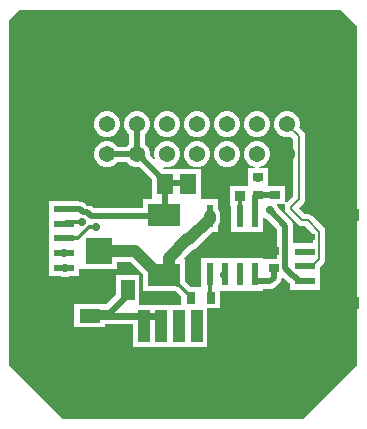
<source format=gtl>
G04*
G04 #@! TF.GenerationSoftware,Altium Limited,Altium Designer,21.6.1 (37)*
G04*
G04 Layer_Physical_Order=1*
G04 Layer_Color=255*
%FSLAX44Y44*%
%MOMM*%
G71*
G04*
G04 #@! TF.SameCoordinates,389F95CB-BFB7-4352-95D8-32FE421A7396*
G04*
G04*
G04 #@! TF.FilePolarity,Positive*
G04*
G01*
G75*
%ADD10C,0.2000*%
%ADD14R,2.7000X1.0000*%
%ADD15R,1.7000X0.6000*%
%ADD16R,1.8000X3.8000*%
%ADD17R,1.0000X2.7000*%
%ADD18R,2.7940X1.9050*%
%ADD19R,1.7000X0.6000*%
%ADD20R,2.7000X1.0000*%
%ADD21R,0.6000X1.9700*%
%ADD22R,3.0000X2.1300*%
%ADD23R,0.8000X1.0000*%
%ADD24R,1.1500X1.8200*%
%ADD25R,1.8200X1.1500*%
%ADD26R,1.3800X1.8200*%
%ADD27R,0.9300X0.8900*%
%ADD28R,2.3000X2.2000*%
%ADD29R,0.9000X0.7000*%
%ADD50C,0.6000*%
%ADD51C,0.3000*%
%ADD52C,0.5000*%
%ADD53C,1.0000*%
%ADD54C,1.3700*%
%ADD55R,1.3700X1.3700*%
%ADD56C,0.4000*%
%ADD57C,4.0000*%
%ADD58C,0.7000*%
G36*
X439451Y406944D02*
X439451Y120056D01*
X393945Y74549D01*
X190056Y74549D01*
X144549Y120056D01*
X144549Y411945D01*
X153056Y420451D01*
X425944D01*
X439451Y406944D01*
D02*
G37*
%LPC*%
G36*
X356228Y334750D02*
X353372D01*
X350612Y334011D01*
X348138Y332582D01*
X346118Y330562D01*
X344689Y328088D01*
X343950Y325328D01*
Y322472D01*
X344689Y319712D01*
X346118Y317238D01*
X348138Y315218D01*
X350612Y313789D01*
X353372Y313050D01*
X356228D01*
X358988Y313789D01*
X361462Y315218D01*
X363482Y317238D01*
X364911Y319712D01*
X365650Y322472D01*
Y325328D01*
X364911Y328088D01*
X363482Y330562D01*
X361462Y332582D01*
X358988Y334011D01*
X356228Y334750D01*
D02*
G37*
G36*
X330828D02*
X327972D01*
X325212Y334011D01*
X322738Y332582D01*
X320718Y330562D01*
X319289Y328088D01*
X318550Y325328D01*
Y322472D01*
X319289Y319712D01*
X320718Y317238D01*
X322738Y315218D01*
X325212Y313789D01*
X327972Y313050D01*
X330828D01*
X333588Y313789D01*
X336062Y315218D01*
X338082Y317238D01*
X339511Y319712D01*
X340250Y322472D01*
Y325328D01*
X339511Y328088D01*
X338082Y330562D01*
X336062Y332582D01*
X333588Y334011D01*
X330828Y334750D01*
D02*
G37*
G36*
X305428D02*
X302572D01*
X299812Y334011D01*
X297338Y332582D01*
X295318Y330562D01*
X293889Y328088D01*
X293150Y325328D01*
Y322472D01*
X293889Y319712D01*
X295318Y317238D01*
X297338Y315218D01*
X299812Y313789D01*
X302572Y313050D01*
X305428D01*
X308188Y313789D01*
X310662Y315218D01*
X312682Y317238D01*
X314111Y319712D01*
X314850Y322472D01*
Y325328D01*
X314111Y328088D01*
X312682Y330562D01*
X310662Y332582D01*
X308188Y334011D01*
X305428Y334750D01*
D02*
G37*
G36*
X280028D02*
X277172D01*
X274412Y334011D01*
X271938Y332582D01*
X269918Y330562D01*
X268489Y328088D01*
X267750Y325328D01*
Y322472D01*
X268489Y319712D01*
X269918Y317238D01*
X271938Y315218D01*
X274412Y313789D01*
X277172Y313050D01*
X280028D01*
X282788Y313789D01*
X285262Y315218D01*
X287282Y317238D01*
X288711Y319712D01*
X289450Y322472D01*
Y325328D01*
X288711Y328088D01*
X287282Y330562D01*
X285262Y332582D01*
X282788Y334011D01*
X280028Y334750D01*
D02*
G37*
G36*
X229228D02*
X226372D01*
X223612Y334011D01*
X221138Y332582D01*
X219118Y330562D01*
X217689Y328088D01*
X216950Y325328D01*
Y322472D01*
X217689Y319712D01*
X219118Y317238D01*
X221138Y315218D01*
X223612Y313789D01*
X226372Y313050D01*
X229228D01*
X231988Y313789D01*
X234462Y315218D01*
X236482Y317238D01*
X237911Y319712D01*
X238650Y322472D01*
Y325328D01*
X237911Y328088D01*
X236482Y330562D01*
X234462Y332582D01*
X231988Y334011D01*
X229228Y334750D01*
D02*
G37*
G36*
X330828Y309350D02*
X327972D01*
X325212Y308611D01*
X322738Y307182D01*
X320718Y305162D01*
X319289Y302688D01*
X318550Y299928D01*
Y297072D01*
X319289Y294312D01*
X320718Y291838D01*
X322738Y289818D01*
X325212Y288389D01*
X327972Y287650D01*
X330828D01*
X333588Y288389D01*
X336062Y289818D01*
X338082Y291838D01*
X339511Y294312D01*
X340250Y297072D01*
Y299928D01*
X339511Y302688D01*
X338082Y305162D01*
X336062Y307182D01*
X333588Y308611D01*
X330828Y309350D01*
D02*
G37*
G36*
X305428D02*
X302572D01*
X299812Y308611D01*
X297338Y307182D01*
X295318Y305162D01*
X293889Y302688D01*
X293150Y299928D01*
Y297072D01*
X293889Y294312D01*
X295318Y291838D01*
X297338Y289818D01*
X299812Y288389D01*
X302572Y287650D01*
X305428D01*
X308188Y288389D01*
X310662Y289818D01*
X312682Y291838D01*
X314111Y294312D01*
X314850Y297072D01*
Y299928D01*
X314111Y302688D01*
X312682Y305162D01*
X310662Y307182D01*
X308188Y308611D01*
X305428Y309350D01*
D02*
G37*
G36*
X381628Y334750D02*
X378772D01*
X376012Y334011D01*
X373538Y332582D01*
X371518Y330562D01*
X370089Y328088D01*
X369350Y325328D01*
Y322472D01*
X370089Y319712D01*
X371518Y317238D01*
X373538Y315218D01*
X376012Y313789D01*
X378772Y313050D01*
X381628D01*
X383373Y313517D01*
X385452Y311438D01*
Y263091D01*
X380020Y257659D01*
X379501Y257731D01*
X378750Y258106D01*
Y271750D01*
X364000D01*
Y286500D01*
X356844D01*
X356677Y287770D01*
X358988Y288389D01*
X361462Y289818D01*
X363482Y291838D01*
X364911Y294312D01*
X365650Y297072D01*
Y299928D01*
X364911Y302688D01*
X363482Y305162D01*
X361462Y307182D01*
X358988Y308611D01*
X356228Y309350D01*
X353372D01*
X350612Y308611D01*
X348138Y307182D01*
X346118Y305162D01*
X344689Y302688D01*
X343950Y299928D01*
Y297072D01*
X344689Y294312D01*
X346118Y291838D01*
X348138Y289818D01*
X350612Y288389D01*
X352923Y287770D01*
X352756Y286500D01*
X347000D01*
Y271750D01*
X331600D01*
Y254850D01*
X333100D01*
Y232650D01*
X359800D01*
Y244498D01*
X361070Y244897D01*
X362605Y244011D01*
X363441Y243787D01*
X371944Y235284D01*
Y209500D01*
X360500D01*
X359800Y210480D01*
Y210850D01*
X307700D01*
Y186772D01*
X306750Y186000D01*
X298681D01*
X293970Y190711D01*
Y209625D01*
X293618D01*
X293132Y210798D01*
X300025Y217691D01*
X301931Y218481D01*
X303811Y219924D01*
X316538Y232650D01*
X321700D01*
Y237989D01*
X322562Y239111D01*
X323469Y241301D01*
X323778Y243650D01*
Y246500D01*
X323469Y248850D01*
X322562Y251039D01*
X321700Y252162D01*
Y260350D01*
X308408Y260350D01*
X307700Y260350D01*
X306960Y261313D01*
X306960Y261420D01*
Y286350D01*
X275717D01*
X275373Y286817D01*
X276132Y287929D01*
X277172Y287650D01*
X280028D01*
X282788Y288389D01*
X285262Y289818D01*
X287282Y291838D01*
X288711Y294312D01*
X289450Y297072D01*
Y299928D01*
X288711Y302688D01*
X287282Y305162D01*
X285262Y307182D01*
X282788Y308611D01*
X280028Y309350D01*
X277172D01*
X274412Y308611D01*
X271938Y307182D01*
X269918Y305162D01*
X268489Y302688D01*
X267750Y299928D01*
Y297072D01*
X268249Y295208D01*
X267111Y294551D01*
X264050Y297612D01*
Y299928D01*
X263311Y302688D01*
X261882Y305162D01*
X259862Y307182D01*
X259756Y307243D01*
Y315157D01*
X259862Y315218D01*
X261882Y317238D01*
X263311Y319712D01*
X264050Y322472D01*
Y325328D01*
X263311Y328088D01*
X261882Y330562D01*
X259862Y332582D01*
X257388Y334011D01*
X254628Y334750D01*
X251772D01*
X249012Y334011D01*
X246538Y332582D01*
X244518Y330562D01*
X243089Y328088D01*
X242350Y325328D01*
Y322472D01*
X243089Y319712D01*
X244518Y317238D01*
X246538Y315218D01*
X246644Y315157D01*
Y307243D01*
X246538Y307182D01*
X244518Y305162D01*
X244457Y305056D01*
X236543D01*
X236482Y305162D01*
X234462Y307182D01*
X231988Y308611D01*
X229228Y309350D01*
X226372D01*
X223612Y308611D01*
X221138Y307182D01*
X219118Y305162D01*
X217689Y302688D01*
X216950Y299928D01*
Y297072D01*
X217689Y294312D01*
X219118Y291838D01*
X221138Y289818D01*
X223612Y288389D01*
X226372Y287650D01*
X229228D01*
X231988Y288389D01*
X234462Y289818D01*
X236482Y291838D01*
X236543Y291944D01*
X244457D01*
X244518Y291838D01*
X246538Y289818D01*
X249012Y288389D01*
X251772Y287650D01*
X254628D01*
X255291Y287827D01*
X266040Y277078D01*
Y260425D01*
X258030D01*
Y252591D01*
X216701D01*
X215157Y254135D01*
X213799Y255177D01*
X212218Y255832D01*
X210521Y256056D01*
X209895D01*
X209564Y256386D01*
X208207Y257428D01*
X206625Y258083D01*
X204929Y258306D01*
X203750D01*
Y259250D01*
X178750D01*
Y245250D01*
Y232750D01*
Y220250D01*
Y207750D01*
Y195250D01*
X188691D01*
X189105Y195011D01*
X191013Y194500D01*
X192987D01*
X194895Y195011D01*
X195309Y195250D01*
X203750D01*
Y207750D01*
Y220579D01*
X203980Y220688D01*
X205250Y219883D01*
Y201500D01*
X236250D01*
Y207422D01*
X247395D01*
X258030Y196787D01*
Y182575D01*
X286245D01*
X290750Y178070D01*
Y170500D01*
X255100D01*
Y196350D01*
X235600D01*
Y180135D01*
X226876Y171411D01*
X216850D01*
X216391Y171350D01*
X200150D01*
Y151850D01*
X226350D01*
Y154540D01*
X249750D01*
Y135500D01*
X312750D01*
Y168000D01*
X323750D01*
Y183150D01*
X359800D01*
Y184444D01*
X366071D01*
X367768Y184667D01*
X369349Y185322D01*
X370707Y186364D01*
X373636Y189293D01*
X374678Y190651D01*
X375333Y192232D01*
X375556Y193929D01*
Y194093D01*
X376826Y194331D01*
X380758Y190400D01*
X382115Y189358D01*
X382551Y189177D01*
X383000Y188728D01*
Y184000D01*
X408000D01*
Y196500D01*
Y203290D01*
X411105Y206395D01*
X412210Y208049D01*
X412598Y210000D01*
Y232950D01*
X412210Y234900D01*
X411105Y236554D01*
X401443Y246216D01*
X399790Y247321D01*
X397839Y247709D01*
X395273D01*
X389881Y253101D01*
X394155Y257374D01*
X395260Y259028D01*
X395648Y260979D01*
Y313550D01*
X395260Y315501D01*
X394155Y317155D01*
X390583Y320727D01*
X391050Y322472D01*
Y325328D01*
X390311Y328088D01*
X388882Y330562D01*
X386862Y332582D01*
X384388Y334011D01*
X381628Y334750D01*
D02*
G37*
%LPD*%
G36*
X378099Y256516D02*
X378711Y255480D01*
X378402Y253929D01*
Y252272D01*
X378790Y250322D01*
X379895Y248668D01*
X389557Y239006D01*
X391211Y237901D01*
X393161Y237513D01*
X395727D01*
X402402Y230838D01*
Y223000D01*
X385056D01*
Y238000D01*
X384833Y239697D01*
X384178Y241278D01*
X383136Y242636D01*
X372713Y253059D01*
X372489Y253895D01*
X371574Y255480D01*
X371849Y256445D01*
X371976Y256750D01*
X377844D01*
X378099Y256516D01*
D02*
G37*
D10*
X395500Y203500D02*
X401000D01*
X397839Y242611D02*
X407500Y232950D01*
X383500Y252272D02*
Y253929D01*
X393161Y242611D02*
X397839D01*
X407500Y210000D02*
Y232950D01*
X401000Y203500D02*
X407500Y210000D01*
X383500Y252272D02*
X393161Y242611D01*
X383500Y253929D02*
X390550Y260979D01*
X381250Y322750D02*
X381350D01*
X390550Y313550D01*
Y260979D02*
Y313550D01*
D14*
X427500Y172500D02*
D03*
Y247000D02*
D03*
D15*
X395500Y203500D02*
D03*
Y191000D02*
D03*
Y216000D02*
D03*
Y228500D02*
D03*
D16*
X356250Y106000D02*
D03*
X236250D02*
D03*
D17*
X333750Y153000D02*
D03*
X318750D02*
D03*
X303750D02*
D03*
X288750D02*
D03*
X273750D02*
D03*
X258750D02*
D03*
D18*
X276000Y246900D02*
D03*
Y196100D02*
D03*
D19*
X191250Y252250D02*
D03*
Y239750D02*
D03*
Y227250D02*
D03*
Y214750D02*
D03*
Y202250D02*
D03*
Y189750D02*
D03*
D20*
X159250Y171250D02*
D03*
Y270750D02*
D03*
D21*
X314700Y197000D02*
D03*
X327400D02*
D03*
X340100D02*
D03*
X352800D02*
D03*
Y246500D02*
D03*
X340100D02*
D03*
X327400D02*
D03*
X314700D02*
D03*
D22*
X333750Y221750D02*
D03*
D23*
X298750Y177000D02*
D03*
X315750D02*
D03*
D24*
X245350Y183250D02*
D03*
X215650D02*
D03*
D25*
X213250Y161600D02*
D03*
Y131900D02*
D03*
D26*
X323440Y273250D02*
D03*
X296060D02*
D03*
X249560D02*
D03*
X276940D02*
D03*
D27*
X340250Y278700D02*
D03*
Y263300D02*
D03*
D28*
X220750Y265500D02*
D03*
Y216500D02*
D03*
D29*
X355500Y264000D02*
D03*
Y279000D02*
D03*
X369000Y217000D02*
D03*
Y202000D02*
D03*
X370250Y279250D02*
D03*
Y264250D02*
D03*
D50*
X395250Y228250D02*
X395500Y228500D01*
X394000Y228250D02*
X395250D01*
X245350Y183250D02*
X245750D01*
X245350Y183250D02*
X245350Y183250D01*
X213250Y161600D02*
X271750D01*
X271750Y161600D01*
Y156250D02*
Y161600D01*
X216850Y164350D02*
X229800D01*
X214500Y162000D02*
X216850Y164350D01*
X245350Y179900D02*
Y183250D01*
X229800Y164350D02*
X245350Y179900D01*
X368000Y217000D02*
X369000D01*
X362000Y223000D02*
X368000Y217000D01*
X345750Y223000D02*
X362000D01*
X227500Y272250D02*
X248250D01*
X220750Y265500D02*
X227500Y272250D01*
D51*
X203371Y241371D02*
X205856D01*
X206167Y241060D01*
X203250Y241250D02*
X203371Y241371D01*
X192750Y241250D02*
X203250D01*
X191250Y239750D02*
X192750Y241250D01*
X212843Y236750D02*
X218000D01*
X203493Y227250D02*
X205250Y229007D01*
Y229157D01*
X191250Y227250D02*
X203493D01*
X205250Y229157D02*
X212843Y236750D01*
X191000Y214500D02*
X191250Y214750D01*
X191000Y214500D02*
Y214500D01*
X191250Y202250D02*
X191750D01*
X192000Y202000D01*
X288675Y188075D02*
X298750Y178000D01*
X286925Y188075D02*
X288675D01*
X298750Y177000D02*
Y178000D01*
X280000Y195000D02*
X286925Y188075D01*
X315225Y177525D02*
Y194775D01*
X314500Y195500D02*
X315225Y194775D01*
Y177525D02*
X315750Y177000D01*
X340100Y249900D02*
X340500Y249500D01*
X340100Y263151D02*
X340250Y263300D01*
X340100Y249900D02*
Y263151D01*
D52*
X204929Y251750D02*
X207179Y249500D01*
X213985Y246035D02*
X266714D01*
X210521Y249500D02*
X213985Y246035D01*
X207179Y249500D02*
X210521D01*
X296060Y273250D02*
X296750D01*
X297250Y273750D01*
X365500Y251000D02*
X378500Y238000D01*
Y201929D02*
Y238000D01*
Y201929D02*
X385393Y195035D01*
X385965D01*
X390000Y191000D01*
X395500D01*
X366071D02*
X369000Y193929D01*
X355000Y191000D02*
X366071D01*
X369000Y193929D02*
Y202000D01*
X369000Y202000D01*
X355500Y264000D02*
X367250D01*
X368250Y263000D01*
X353300Y247000D02*
Y262800D01*
X352800Y246500D02*
X353300Y247000D01*
Y262800D02*
X354250Y263750D01*
X355000D01*
X253200Y298500D02*
X253890D01*
X277250Y275140D01*
Y273500D02*
Y275140D01*
X253000Y298750D02*
X253200Y298950D01*
X227800Y298500D02*
X253200D01*
Y298950D02*
Y323900D01*
X295060Y274250D02*
X296060Y273250D01*
X279250Y274250D02*
X295060D01*
X276000Y251500D02*
X276940Y252440D01*
Y273250D01*
X191250Y252250D02*
X191750Y251750D01*
X204929D01*
X266714Y246035D02*
X269500Y243250D01*
D53*
X275250Y197000D02*
X276906D01*
X251155Y216500D02*
X268905Y198750D01*
X273500D01*
X220750Y216500D02*
X251155D01*
X314700Y243650D02*
Y246500D01*
X280531Y211035D02*
X295838Y226343D01*
X297393D01*
X280531Y200625D02*
Y211035D01*
X276906Y197000D02*
X280531Y200625D01*
X297393Y226343D02*
X314700Y243650D01*
D54*
X202400Y298500D02*
D03*
X227800D02*
D03*
Y323900D02*
D03*
X253200Y298500D02*
D03*
Y323900D02*
D03*
X278600Y298500D02*
D03*
Y323900D02*
D03*
X304000Y298500D02*
D03*
Y323900D02*
D03*
X329400Y298500D02*
D03*
Y323900D02*
D03*
X354800Y298500D02*
D03*
Y323900D02*
D03*
X380200Y298500D02*
D03*
Y323900D02*
D03*
D55*
X202400D02*
D03*
D56*
X333750Y229250D02*
D03*
Y214250D02*
D03*
X318750D02*
D03*
Y229250D02*
D03*
X348750D02*
D03*
Y214250D02*
D03*
D57*
X418000Y397000D02*
D03*
X410000Y127000D02*
D03*
X176000Y125000D02*
D03*
X168000Y396000D02*
D03*
D58*
X431000Y396000D02*
D03*
Y346000D02*
D03*
Y296000D02*
D03*
Y246000D02*
D03*
Y196000D02*
D03*
Y146000D02*
D03*
X406000Y396000D02*
D03*
X418500Y371000D02*
D03*
X406000Y346000D02*
D03*
X418500Y321000D02*
D03*
X406000Y296000D02*
D03*
X418500Y271000D02*
D03*
Y221000D02*
D03*
Y171000D02*
D03*
X406000Y146000D02*
D03*
X418500Y121000D02*
D03*
X406000Y96000D02*
D03*
X381000Y396000D02*
D03*
X393500Y371000D02*
D03*
X381000Y346000D02*
D03*
Y296000D02*
D03*
X393500Y171000D02*
D03*
X381000Y146000D02*
D03*
X393500Y121000D02*
D03*
X381000Y96000D02*
D03*
X356000Y396000D02*
D03*
X368500Y371000D02*
D03*
X356000Y346000D02*
D03*
X368500Y171000D02*
D03*
X356000Y146000D02*
D03*
X368500Y121000D02*
D03*
X356000Y96000D02*
D03*
X331000Y396000D02*
D03*
X343500Y371000D02*
D03*
X331000Y346000D02*
D03*
X343500Y221000D02*
D03*
Y171000D02*
D03*
X331000Y146000D02*
D03*
X343500Y121000D02*
D03*
X331000Y96000D02*
D03*
X306000Y396000D02*
D03*
X318500Y371000D02*
D03*
X306000Y346000D02*
D03*
X318500Y221000D02*
D03*
Y121000D02*
D03*
X306000Y96000D02*
D03*
X281000Y396000D02*
D03*
X293500Y371000D02*
D03*
X281000Y346000D02*
D03*
X293500Y121000D02*
D03*
X281000Y96000D02*
D03*
X256000Y396000D02*
D03*
X268500Y371000D02*
D03*
X256000Y346000D02*
D03*
X268500Y121000D02*
D03*
X256000Y96000D02*
D03*
X231000Y396000D02*
D03*
X243500Y371000D02*
D03*
X231000Y346000D02*
D03*
Y196000D02*
D03*
Y146000D02*
D03*
X243500Y121000D02*
D03*
X231000Y96000D02*
D03*
X206000Y396000D02*
D03*
X218500Y371000D02*
D03*
X206000Y346000D02*
D03*
Y146000D02*
D03*
X218500Y121000D02*
D03*
X206000Y96000D02*
D03*
X181000Y396000D02*
D03*
X193500Y371000D02*
D03*
X181000Y346000D02*
D03*
X193500Y321000D02*
D03*
X181000Y296000D02*
D03*
X193500Y271000D02*
D03*
Y171000D02*
D03*
X181000Y146000D02*
D03*
X193500Y121000D02*
D03*
X181000Y96000D02*
D03*
X394000Y228250D02*
D03*
X206167Y241060D02*
D03*
X218000Y236750D02*
D03*
X191000Y214500D02*
D03*
X192000Y202000D02*
D03*
X297250Y273750D02*
D03*
X355500Y278500D02*
D03*
X365500Y251000D02*
D03*
X327000Y196250D02*
D03*
X245750Y183250D02*
D03*
M02*

</source>
